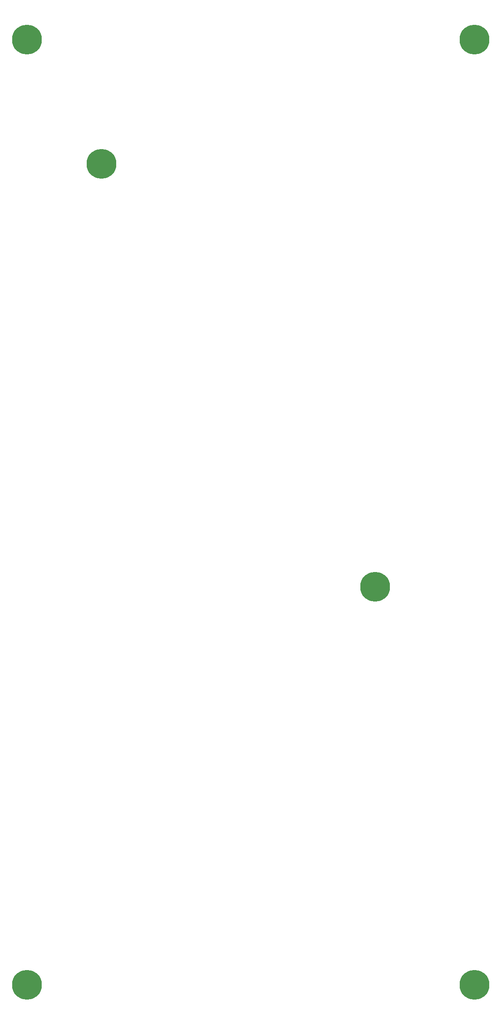
<source format=gbr>
%TF.GenerationSoftware,KiCad,Pcbnew,(5.1.6-0-10_14)*%
%TF.CreationDate,2021-10-27T22:41:10-07:00*%
%TF.ProjectId,lm13700-multimode-filter-panel,6c6d3133-3730-4302-9d6d-756c74696d6f,rev?*%
%TF.SameCoordinates,Original*%
%TF.FileFunction,Copper,L1,Top*%
%TF.FilePolarity,Positive*%
%FSLAX46Y46*%
G04 Gerber Fmt 4.6, Leading zero omitted, Abs format (unit mm)*
G04 Created by KiCad (PCBNEW (5.1.6-0-10_14)) date 2021-10-27 22:41:10*
%MOMM*%
%LPD*%
G01*
G04 APERTURE LIST*
%TA.AperFunction,ComponentPad*%
%ADD10C,6.000000*%
%TD*%
G04 APERTURE END LIST*
D10*
%TO.P,REF\u002A\u002A,1*%
%TO.N,N/C*%
X95000000Y-135000000D03*
%TD*%
%TO.P,REF\u002A\u002A,1*%
%TO.N,N/C*%
X40000000Y-50000000D03*
%TD*%
%TO.P,REF\u002A\u002A,1*%
%TO.N,N/C*%
X25000000Y-215000000D03*
%TD*%
%TO.P,REF\u002A\u002A,1*%
%TO.N,N/C*%
X115000000Y-215000000D03*
%TD*%
%TO.P,REF\u002A\u002A,1*%
%TO.N,N/C*%
X115000000Y-25000000D03*
%TD*%
%TO.P,REF\u002A\u002A,1*%
%TO.N,N/C*%
X25000000Y-25000000D03*
%TD*%
M02*

</source>
